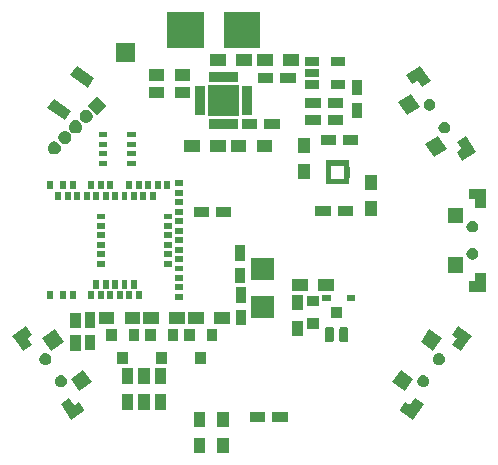
<source format=gbr>
G04 #@! TF.GenerationSoftware,KiCad,Pcbnew,(5.1.6)-1*
G04 #@! TF.CreationDate,2020-05-24T14:26:44-05:00*
G04 #@! TF.ProjectId,nrf,6e72662e-6b69-4636-9164-5f7063625858,rev?*
G04 #@! TF.SameCoordinates,Original*
G04 #@! TF.FileFunction,Soldermask,Top*
G04 #@! TF.FilePolarity,Negative*
%FSLAX46Y46*%
G04 Gerber Fmt 4.6, Leading zero omitted, Abs format (unit mm)*
G04 Created by KiCad (PCBNEW (5.1.6)-1) date 2020-05-24 14:26:44*
%MOMM*%
%LPD*%
G01*
G04 APERTURE LIST*
%ADD10C,0.100000*%
G04 APERTURE END LIST*
D10*
G36*
X138900800Y-128050800D02*
G01*
X137899200Y-128050800D01*
X137899200Y-126749200D01*
X138900800Y-126749200D01*
X138900800Y-128050800D01*
G37*
G36*
X136900800Y-128050800D02*
G01*
X135899200Y-128050800D01*
X135899200Y-126749200D01*
X136900800Y-126749200D01*
X136900800Y-128050800D01*
G37*
G36*
X136900800Y-125850800D02*
G01*
X135899200Y-125850800D01*
X135899200Y-124549200D01*
X136900800Y-124549200D01*
X136900800Y-125850800D01*
G37*
G36*
X138900800Y-125850800D02*
G01*
X137899200Y-125850800D01*
X137899200Y-124549200D01*
X138900800Y-124549200D01*
X138900800Y-125850800D01*
G37*
G36*
X143850800Y-125375800D02*
G01*
X142549200Y-125375800D01*
X142549200Y-124524200D01*
X143850800Y-124524200D01*
X143850800Y-125375800D01*
G37*
G36*
X141950800Y-125375800D02*
G01*
X140649200Y-125375800D01*
X140649200Y-124524200D01*
X141950800Y-124524200D01*
X141950800Y-125375800D01*
G37*
G36*
X125745283Y-123926988D02*
G01*
X125751728Y-123934502D01*
X125759516Y-123940613D01*
X125768346Y-123945088D01*
X125777880Y-123947755D01*
X125787751Y-123948510D01*
X125797579Y-123947325D01*
X125806987Y-123944245D01*
X125815614Y-123939389D01*
X126183824Y-123681565D01*
X126550110Y-124204677D01*
X126700960Y-124420113D01*
X126700960Y-124420114D01*
X125552836Y-125224039D01*
X124634196Y-123912084D01*
X125372744Y-123394947D01*
X125745283Y-123926988D01*
G37*
G36*
X155365804Y-123912084D02*
G01*
X154447164Y-125224039D01*
X153667250Y-124677937D01*
X153299040Y-124420114D01*
X153299040Y-124420113D01*
X153449890Y-124204677D01*
X153816176Y-123681565D01*
X154184386Y-123939389D01*
X154193013Y-123944245D01*
X154202421Y-123947325D01*
X154212249Y-123948510D01*
X154222120Y-123947755D01*
X154231654Y-123945088D01*
X154240484Y-123940613D01*
X154248272Y-123934502D01*
X154254717Y-123926988D01*
X154627256Y-123394947D01*
X155365804Y-123912084D01*
G37*
G36*
X130800800Y-124350800D02*
G01*
X129799200Y-124350800D01*
X129799200Y-123049200D01*
X130800800Y-123049200D01*
X130800800Y-124350800D01*
G37*
G36*
X133600800Y-124350800D02*
G01*
X132599200Y-124350800D01*
X132599200Y-123049200D01*
X133600800Y-123049200D01*
X133600800Y-124350800D01*
G37*
G36*
X132200800Y-124350800D02*
G01*
X131199200Y-124350800D01*
X131199200Y-123049200D01*
X132200800Y-123049200D01*
X132200800Y-124350800D01*
G37*
G36*
X127298669Y-122048354D02*
G01*
X126232460Y-122794921D01*
X125485893Y-121728712D01*
X126552102Y-120982145D01*
X127298669Y-122048354D01*
G37*
G36*
X154514107Y-121728712D02*
G01*
X153767540Y-122794921D01*
X152701331Y-122048354D01*
X153447898Y-120982145D01*
X154514107Y-121728712D01*
G37*
G36*
X124741188Y-121447640D02*
G01*
X124805693Y-121460471D01*
X124896831Y-121498222D01*
X124978855Y-121553028D01*
X125048610Y-121622783D01*
X125103416Y-121704807D01*
X125141167Y-121795945D01*
X125160413Y-121892702D01*
X125160413Y-121991348D01*
X125141167Y-122088105D01*
X125103416Y-122179243D01*
X125048610Y-122261267D01*
X124978855Y-122331022D01*
X124896831Y-122385828D01*
X124805693Y-122423579D01*
X124741188Y-122436410D01*
X124708937Y-122442825D01*
X124610289Y-122442825D01*
X124578038Y-122436410D01*
X124513533Y-122423579D01*
X124422395Y-122385828D01*
X124340371Y-122331022D01*
X124270616Y-122261267D01*
X124215810Y-122179243D01*
X124178059Y-122088105D01*
X124158813Y-121991348D01*
X124158813Y-121892702D01*
X124178059Y-121795945D01*
X124215810Y-121704807D01*
X124270616Y-121622783D01*
X124340371Y-121553028D01*
X124422395Y-121498222D01*
X124513533Y-121460471D01*
X124578038Y-121447640D01*
X124610289Y-121441225D01*
X124708937Y-121441225D01*
X124741188Y-121447640D01*
G37*
G36*
X155421962Y-121447640D02*
G01*
X155486467Y-121460471D01*
X155577605Y-121498222D01*
X155659629Y-121553028D01*
X155729384Y-121622783D01*
X155784190Y-121704807D01*
X155821941Y-121795945D01*
X155841187Y-121892702D01*
X155841187Y-121991348D01*
X155821941Y-122088105D01*
X155784190Y-122179243D01*
X155729384Y-122261267D01*
X155659629Y-122331022D01*
X155577605Y-122385828D01*
X155486467Y-122423579D01*
X155421962Y-122436410D01*
X155389711Y-122442825D01*
X155291063Y-122442825D01*
X155258812Y-122436410D01*
X155194307Y-122423579D01*
X155103169Y-122385828D01*
X155021145Y-122331022D01*
X154951390Y-122261267D01*
X154896584Y-122179243D01*
X154858833Y-122088105D01*
X154839587Y-121991348D01*
X154839587Y-121892702D01*
X154858833Y-121795945D01*
X154896584Y-121704807D01*
X154951390Y-121622783D01*
X155021145Y-121553028D01*
X155103169Y-121498222D01*
X155194307Y-121460471D01*
X155258812Y-121447640D01*
X155291063Y-121441225D01*
X155389711Y-121441225D01*
X155421962Y-121447640D01*
G37*
G36*
X130800800Y-122150800D02*
G01*
X129799200Y-122150800D01*
X129799200Y-120849200D01*
X130800800Y-120849200D01*
X130800800Y-122150800D01*
G37*
G36*
X132200800Y-122150800D02*
G01*
X131199200Y-122150800D01*
X131199200Y-120849200D01*
X132200800Y-120849200D01*
X132200800Y-122150800D01*
G37*
G36*
X133600800Y-122150800D02*
G01*
X132599200Y-122150800D01*
X132599200Y-120849200D01*
X133600800Y-120849200D01*
X133600800Y-122150800D01*
G37*
G36*
X123421962Y-119563590D02*
G01*
X123486467Y-119576421D01*
X123577605Y-119614172D01*
X123659629Y-119668978D01*
X123729384Y-119738733D01*
X123784190Y-119820757D01*
X123821941Y-119911895D01*
X123841187Y-120008652D01*
X123841187Y-120107298D01*
X123821941Y-120204055D01*
X123784190Y-120295193D01*
X123729384Y-120377217D01*
X123659629Y-120446972D01*
X123577605Y-120501778D01*
X123486467Y-120539529D01*
X123421962Y-120552360D01*
X123389711Y-120558775D01*
X123291063Y-120558775D01*
X123258812Y-120552360D01*
X123194307Y-120539529D01*
X123103169Y-120501778D01*
X123021145Y-120446972D01*
X122951390Y-120377217D01*
X122896584Y-120295193D01*
X122858833Y-120204055D01*
X122839587Y-120107298D01*
X122839587Y-120008652D01*
X122858833Y-119911895D01*
X122896584Y-119820757D01*
X122951390Y-119738733D01*
X123021145Y-119668978D01*
X123103169Y-119614172D01*
X123194307Y-119576421D01*
X123258812Y-119563590D01*
X123291063Y-119557175D01*
X123389711Y-119557175D01*
X123421962Y-119563590D01*
G37*
G36*
X156741188Y-119563590D02*
G01*
X156805693Y-119576421D01*
X156896831Y-119614172D01*
X156978855Y-119668978D01*
X157048610Y-119738733D01*
X157103416Y-119820757D01*
X157141167Y-119911895D01*
X157160413Y-120008652D01*
X157160413Y-120107298D01*
X157141167Y-120204055D01*
X157103416Y-120295193D01*
X157048610Y-120377217D01*
X156978855Y-120446972D01*
X156896831Y-120501778D01*
X156805693Y-120539529D01*
X156741188Y-120552360D01*
X156708937Y-120558775D01*
X156610289Y-120558775D01*
X156578038Y-120552360D01*
X156513533Y-120539529D01*
X156422395Y-120501778D01*
X156340371Y-120446972D01*
X156270616Y-120377217D01*
X156215810Y-120295193D01*
X156178059Y-120204055D01*
X156158813Y-120107298D01*
X156158813Y-120008652D01*
X156178059Y-119911895D01*
X156215810Y-119820757D01*
X156270616Y-119738733D01*
X156340371Y-119668978D01*
X156422395Y-119614172D01*
X156513533Y-119576421D01*
X156578038Y-119563590D01*
X156610289Y-119557175D01*
X156708937Y-119557175D01*
X156741188Y-119563590D01*
G37*
G36*
X130350800Y-120500800D02*
G01*
X129449200Y-120500800D01*
X129449200Y-119499200D01*
X130350800Y-119499200D01*
X130350800Y-120500800D01*
G37*
G36*
X133650800Y-120500800D02*
G01*
X132749200Y-120500800D01*
X132749200Y-119499200D01*
X133650800Y-119499200D01*
X133650800Y-120500800D01*
G37*
G36*
X136950800Y-120500800D02*
G01*
X136049200Y-120500800D01*
X136049200Y-119499200D01*
X136950800Y-119499200D01*
X136950800Y-120500800D01*
G37*
G36*
X159438198Y-118096105D02*
G01*
X159121448Y-118548470D01*
X158901942Y-118861958D01*
X158519557Y-119408060D01*
X157781009Y-118890923D01*
X158153548Y-118358882D01*
X158158404Y-118350255D01*
X158161484Y-118340847D01*
X158162669Y-118331019D01*
X158161914Y-118321148D01*
X158159247Y-118311614D01*
X158154772Y-118302784D01*
X158148661Y-118294996D01*
X158141147Y-118288551D01*
X157772937Y-118030728D01*
X157772937Y-118030727D01*
X157923787Y-117815291D01*
X158290073Y-117292179D01*
X159438198Y-118096105D01*
G37*
G36*
X122076213Y-117815291D02*
G01*
X122227063Y-118030727D01*
X122227063Y-118030728D01*
X121858853Y-118288551D01*
X121851339Y-118294996D01*
X121845228Y-118302784D01*
X121840753Y-118311614D01*
X121838086Y-118321148D01*
X121837331Y-118331019D01*
X121838516Y-118340847D01*
X121841596Y-118350255D01*
X121846452Y-118358882D01*
X122218991Y-118890923D01*
X121480443Y-119408060D01*
X121098059Y-118861958D01*
X120878552Y-118548470D01*
X120561802Y-118096105D01*
X121709927Y-117292179D01*
X122076213Y-117815291D01*
G37*
G36*
X124889648Y-118607916D02*
G01*
X123823439Y-119354483D01*
X123076872Y-118288274D01*
X124143081Y-117541707D01*
X124889648Y-118607916D01*
G37*
G36*
X156923128Y-118288274D02*
G01*
X156176561Y-119354483D01*
X155110352Y-118607916D01*
X155856919Y-117541707D01*
X156923128Y-118288274D01*
G37*
G36*
X126325800Y-119350800D02*
G01*
X125474200Y-119350800D01*
X125474200Y-118049200D01*
X126325800Y-118049200D01*
X126325800Y-119350800D01*
G37*
G36*
X127525800Y-119300800D02*
G01*
X126674200Y-119300800D01*
X126674200Y-117999200D01*
X127525800Y-117999200D01*
X127525800Y-119300800D01*
G37*
G36*
X148829894Y-117352324D02*
G01*
X148858019Y-117360856D01*
X148883935Y-117374708D01*
X148906649Y-117393351D01*
X148925292Y-117416065D01*
X148939144Y-117441981D01*
X148947676Y-117470106D01*
X148950800Y-117501831D01*
X148950800Y-118498169D01*
X148947676Y-118529894D01*
X148939144Y-118558019D01*
X148925292Y-118583935D01*
X148906649Y-118606649D01*
X148883935Y-118625292D01*
X148858019Y-118639144D01*
X148829894Y-118647676D01*
X148798169Y-118650800D01*
X148401831Y-118650800D01*
X148370106Y-118647676D01*
X148341981Y-118639144D01*
X148316065Y-118625292D01*
X148293351Y-118606649D01*
X148274708Y-118583935D01*
X148260856Y-118558019D01*
X148252324Y-118529894D01*
X148249200Y-118498169D01*
X148249200Y-117501831D01*
X148252324Y-117470106D01*
X148260856Y-117441981D01*
X148274708Y-117416065D01*
X148293351Y-117393351D01*
X148316065Y-117374708D01*
X148341981Y-117360856D01*
X148370106Y-117352324D01*
X148401831Y-117349200D01*
X148798169Y-117349200D01*
X148829894Y-117352324D01*
G37*
G36*
X147629894Y-117352324D02*
G01*
X147658019Y-117360856D01*
X147683935Y-117374708D01*
X147706649Y-117393351D01*
X147725292Y-117416065D01*
X147739144Y-117441981D01*
X147747676Y-117470106D01*
X147750800Y-117501831D01*
X147750800Y-118498169D01*
X147747676Y-118529894D01*
X147739144Y-118558019D01*
X147725292Y-118583935D01*
X147706649Y-118606649D01*
X147683935Y-118625292D01*
X147658019Y-118639144D01*
X147629894Y-118647676D01*
X147598169Y-118650800D01*
X147201831Y-118650800D01*
X147170106Y-118647676D01*
X147141981Y-118639144D01*
X147116065Y-118625292D01*
X147093351Y-118606649D01*
X147074708Y-118583935D01*
X147060856Y-118558019D01*
X147052324Y-118529894D01*
X147049200Y-118498169D01*
X147049200Y-117501831D01*
X147052324Y-117470106D01*
X147060856Y-117441981D01*
X147074708Y-117416065D01*
X147093351Y-117393351D01*
X147116065Y-117374708D01*
X147141981Y-117360856D01*
X147170106Y-117352324D01*
X147201831Y-117349200D01*
X147598169Y-117349200D01*
X147629894Y-117352324D01*
G37*
G36*
X134600800Y-118500800D02*
G01*
X133699200Y-118500800D01*
X133699200Y-117499200D01*
X134600800Y-117499200D01*
X134600800Y-118500800D01*
G37*
G36*
X132700800Y-118500800D02*
G01*
X131799200Y-118500800D01*
X131799200Y-117499200D01*
X132700800Y-117499200D01*
X132700800Y-118500800D01*
G37*
G36*
X137900800Y-118500800D02*
G01*
X136999200Y-118500800D01*
X136999200Y-117499200D01*
X137900800Y-117499200D01*
X137900800Y-118500800D01*
G37*
G36*
X136000800Y-118500800D02*
G01*
X135099200Y-118500800D01*
X135099200Y-117499200D01*
X136000800Y-117499200D01*
X136000800Y-118500800D01*
G37*
G36*
X129400800Y-118500800D02*
G01*
X128499200Y-118500800D01*
X128499200Y-117499200D01*
X129400800Y-117499200D01*
X129400800Y-118500800D01*
G37*
G36*
X131300800Y-118500800D02*
G01*
X130399200Y-118500800D01*
X130399200Y-117499200D01*
X131300800Y-117499200D01*
X131300800Y-118500800D01*
G37*
G36*
X145200800Y-118150800D02*
G01*
X144199200Y-118150800D01*
X144199200Y-116849200D01*
X145200800Y-116849200D01*
X145200800Y-118150800D01*
G37*
G36*
X146500800Y-117500800D02*
G01*
X145499200Y-117500800D01*
X145499200Y-116599200D01*
X146500800Y-116599200D01*
X146500800Y-117500800D01*
G37*
G36*
X126325800Y-117450800D02*
G01*
X125474200Y-117450800D01*
X125474200Y-116149200D01*
X126325800Y-116149200D01*
X126325800Y-117450800D01*
G37*
G36*
X127525800Y-117400800D02*
G01*
X126674200Y-117400800D01*
X126674200Y-116099200D01*
X127525800Y-116099200D01*
X127525800Y-117400800D01*
G37*
G36*
X140325800Y-117200800D02*
G01*
X139474200Y-117200800D01*
X139474200Y-115899200D01*
X140325800Y-115899200D01*
X140325800Y-117200800D01*
G37*
G36*
X138950800Y-117100800D02*
G01*
X137649200Y-117100800D01*
X137649200Y-116099200D01*
X138950800Y-116099200D01*
X138950800Y-117100800D01*
G37*
G36*
X129150800Y-117100800D02*
G01*
X127849200Y-117100800D01*
X127849200Y-116099200D01*
X129150800Y-116099200D01*
X129150800Y-117100800D01*
G37*
G36*
X131350800Y-117100800D02*
G01*
X130049200Y-117100800D01*
X130049200Y-116099200D01*
X131350800Y-116099200D01*
X131350800Y-117100800D01*
G37*
G36*
X132950800Y-117100800D02*
G01*
X131649200Y-117100800D01*
X131649200Y-116099200D01*
X132950800Y-116099200D01*
X132950800Y-117100800D01*
G37*
G36*
X135150800Y-117100800D02*
G01*
X133849200Y-117100800D01*
X133849200Y-116099200D01*
X135150800Y-116099200D01*
X135150800Y-117100800D01*
G37*
G36*
X136750800Y-117100800D02*
G01*
X135449200Y-117100800D01*
X135449200Y-116099200D01*
X136750800Y-116099200D01*
X136750800Y-117100800D01*
G37*
G36*
X142700800Y-116600800D02*
G01*
X140799200Y-116600800D01*
X140799200Y-114749200D01*
X142700800Y-114749200D01*
X142700800Y-116600800D01*
G37*
G36*
X148500800Y-116550800D02*
G01*
X147499200Y-116550800D01*
X147499200Y-115649200D01*
X148500800Y-115649200D01*
X148500800Y-116550800D01*
G37*
G36*
X145200800Y-115950800D02*
G01*
X144199200Y-115950800D01*
X144199200Y-114649200D01*
X145200800Y-114649200D01*
X145200800Y-115950800D01*
G37*
G36*
X146500800Y-115600800D02*
G01*
X145499200Y-115600800D01*
X145499200Y-114699200D01*
X146500800Y-114699200D01*
X146500800Y-115600800D01*
G37*
G36*
X140325800Y-115300800D02*
G01*
X139474200Y-115300800D01*
X139474200Y-113999200D01*
X140325800Y-113999200D01*
X140325800Y-115300800D01*
G37*
G36*
X149600800Y-115175800D02*
G01*
X148899200Y-115175800D01*
X148899200Y-114624200D01*
X149600800Y-114624200D01*
X149600800Y-115175800D01*
G37*
G36*
X147500800Y-115175800D02*
G01*
X146799200Y-115175800D01*
X146799200Y-114624200D01*
X147500800Y-114624200D01*
X147500800Y-115175800D01*
G37*
G36*
X135000800Y-115050800D02*
G01*
X134299200Y-115050800D01*
X134299200Y-114549200D01*
X135000800Y-114549200D01*
X135000800Y-115050800D01*
G37*
G36*
X130700800Y-115000800D02*
G01*
X130199200Y-115000800D01*
X130199200Y-114299200D01*
X130700800Y-114299200D01*
X130700800Y-115000800D01*
G37*
G36*
X131500800Y-115000800D02*
G01*
X130999200Y-115000800D01*
X130999200Y-114299200D01*
X131500800Y-114299200D01*
X131500800Y-115000800D01*
G37*
G36*
X129100800Y-115000800D02*
G01*
X128599200Y-115000800D01*
X128599200Y-114299200D01*
X129100800Y-114299200D01*
X129100800Y-115000800D01*
G37*
G36*
X128300800Y-115000800D02*
G01*
X127799200Y-115000800D01*
X127799200Y-114299200D01*
X128300800Y-114299200D01*
X128300800Y-115000800D01*
G37*
G36*
X127500800Y-115000800D02*
G01*
X126999200Y-115000800D01*
X126999200Y-114299200D01*
X127500800Y-114299200D01*
X127500800Y-115000800D01*
G37*
G36*
X125900800Y-115000800D02*
G01*
X125399200Y-115000800D01*
X125399200Y-114299200D01*
X125900800Y-114299200D01*
X125900800Y-115000800D01*
G37*
G36*
X125100800Y-115000800D02*
G01*
X124599200Y-115000800D01*
X124599200Y-114299200D01*
X125100800Y-114299200D01*
X125100800Y-115000800D01*
G37*
G36*
X124000800Y-115000800D02*
G01*
X123499200Y-115000800D01*
X123499200Y-114299200D01*
X124000800Y-114299200D01*
X124000800Y-115000800D01*
G37*
G36*
X129900800Y-115000800D02*
G01*
X129399200Y-115000800D01*
X129399200Y-114299200D01*
X129900800Y-114299200D01*
X129900800Y-115000800D01*
G37*
G36*
X160650800Y-114350800D02*
G01*
X159249200Y-114350800D01*
X159249200Y-113449200D01*
X159698701Y-113449200D01*
X159708553Y-113448230D01*
X159718026Y-113445356D01*
X159726757Y-113440689D01*
X159734409Y-113434409D01*
X159740689Y-113426757D01*
X159745356Y-113418026D01*
X159748230Y-113408553D01*
X159749200Y-113398701D01*
X159749200Y-112749200D01*
X160650800Y-112749200D01*
X160650800Y-114350800D01*
G37*
G36*
X145550800Y-114300800D02*
G01*
X144249200Y-114300800D01*
X144249200Y-113299200D01*
X145550800Y-113299200D01*
X145550800Y-114300800D01*
G37*
G36*
X147750800Y-114300800D02*
G01*
X146449200Y-114300800D01*
X146449200Y-113299200D01*
X147750800Y-113299200D01*
X147750800Y-114300800D01*
G37*
G36*
X135000800Y-114250800D02*
G01*
X134299200Y-114250800D01*
X134299200Y-113749200D01*
X135000800Y-113749200D01*
X135000800Y-114250800D01*
G37*
G36*
X127900800Y-114100800D02*
G01*
X127399200Y-114100800D01*
X127399200Y-113399200D01*
X127900800Y-113399200D01*
X127900800Y-114100800D01*
G37*
G36*
X131100800Y-114100800D02*
G01*
X130599200Y-114100800D01*
X130599200Y-113399200D01*
X131100800Y-113399200D01*
X131100800Y-114100800D01*
G37*
G36*
X130300800Y-114100800D02*
G01*
X129799200Y-114100800D01*
X129799200Y-113399200D01*
X130300800Y-113399200D01*
X130300800Y-114100800D01*
G37*
G36*
X129500800Y-114100800D02*
G01*
X128999200Y-114100800D01*
X128999200Y-113399200D01*
X129500800Y-113399200D01*
X129500800Y-114100800D01*
G37*
G36*
X128700800Y-114100800D02*
G01*
X128199200Y-114100800D01*
X128199200Y-113399200D01*
X128700800Y-113399200D01*
X128700800Y-114100800D01*
G37*
G36*
X140275800Y-113650800D02*
G01*
X139424200Y-113650800D01*
X139424200Y-112349200D01*
X140275800Y-112349200D01*
X140275800Y-113650800D01*
G37*
G36*
X135000800Y-113450800D02*
G01*
X134299200Y-113450800D01*
X134299200Y-112949200D01*
X135000800Y-112949200D01*
X135000800Y-113450800D01*
G37*
G36*
X142700800Y-113350800D02*
G01*
X140799200Y-113350800D01*
X140799200Y-111499200D01*
X142700800Y-111499200D01*
X142700800Y-113350800D01*
G37*
G36*
X158700800Y-112750800D02*
G01*
X157399200Y-112750800D01*
X157399200Y-111449200D01*
X158700800Y-111449200D01*
X158700800Y-112750800D01*
G37*
G36*
X135000800Y-112650800D02*
G01*
X134299200Y-112650800D01*
X134299200Y-112149200D01*
X135000800Y-112149200D01*
X135000800Y-112650800D01*
G37*
G36*
X128400800Y-112250800D02*
G01*
X127699200Y-112250800D01*
X127699200Y-111749200D01*
X128400800Y-111749200D01*
X128400800Y-112250800D01*
G37*
G36*
X134100800Y-112250800D02*
G01*
X133399200Y-112250800D01*
X133399200Y-111749200D01*
X134100800Y-111749200D01*
X134100800Y-112250800D01*
G37*
G36*
X135000800Y-111850800D02*
G01*
X134299200Y-111850800D01*
X134299200Y-111349200D01*
X135000800Y-111349200D01*
X135000800Y-111850800D01*
G37*
G36*
X140275800Y-111750800D02*
G01*
X139424200Y-111750800D01*
X139424200Y-110449200D01*
X140275800Y-110449200D01*
X140275800Y-111750800D01*
G37*
G36*
X159581575Y-110655615D02*
G01*
X159646080Y-110668446D01*
X159737218Y-110706197D01*
X159819242Y-110761003D01*
X159888997Y-110830758D01*
X159943803Y-110912782D01*
X159981554Y-111003920D01*
X160000800Y-111100677D01*
X160000800Y-111199323D01*
X159981554Y-111296080D01*
X159943803Y-111387218D01*
X159888997Y-111469242D01*
X159819242Y-111538997D01*
X159737218Y-111593803D01*
X159646080Y-111631554D01*
X159581575Y-111644385D01*
X159549324Y-111650800D01*
X159450676Y-111650800D01*
X159418425Y-111644385D01*
X159353920Y-111631554D01*
X159262782Y-111593803D01*
X159180758Y-111538997D01*
X159111003Y-111469242D01*
X159056197Y-111387218D01*
X159018446Y-111296080D01*
X158999200Y-111199323D01*
X158999200Y-111100677D01*
X159018446Y-111003920D01*
X159056197Y-110912782D01*
X159111003Y-110830758D01*
X159180758Y-110761003D01*
X159262782Y-110706197D01*
X159353920Y-110668446D01*
X159418425Y-110655615D01*
X159450676Y-110649200D01*
X159549324Y-110649200D01*
X159581575Y-110655615D01*
G37*
G36*
X134100800Y-111450800D02*
G01*
X133399200Y-111450800D01*
X133399200Y-110949200D01*
X134100800Y-110949200D01*
X134100800Y-111450800D01*
G37*
G36*
X128400800Y-111450800D02*
G01*
X127699200Y-111450800D01*
X127699200Y-110949200D01*
X128400800Y-110949200D01*
X128400800Y-111450800D01*
G37*
G36*
X135000800Y-111050800D02*
G01*
X134299200Y-111050800D01*
X134299200Y-110549200D01*
X135000800Y-110549200D01*
X135000800Y-111050800D01*
G37*
G36*
X128400800Y-110650800D02*
G01*
X127699200Y-110650800D01*
X127699200Y-110149200D01*
X128400800Y-110149200D01*
X128400800Y-110650800D01*
G37*
G36*
X134100800Y-110650800D02*
G01*
X133399200Y-110650800D01*
X133399200Y-110149200D01*
X134100800Y-110149200D01*
X134100800Y-110650800D01*
G37*
G36*
X135000800Y-110250800D02*
G01*
X134299200Y-110250800D01*
X134299200Y-109749200D01*
X135000800Y-109749200D01*
X135000800Y-110250800D01*
G37*
G36*
X134100800Y-109850800D02*
G01*
X133399200Y-109850800D01*
X133399200Y-109349200D01*
X134100800Y-109349200D01*
X134100800Y-109850800D01*
G37*
G36*
X128400800Y-109850800D02*
G01*
X127699200Y-109850800D01*
X127699200Y-109349200D01*
X128400800Y-109349200D01*
X128400800Y-109850800D01*
G37*
G36*
X135000800Y-109450800D02*
G01*
X134299200Y-109450800D01*
X134299200Y-108949200D01*
X135000800Y-108949200D01*
X135000800Y-109450800D01*
G37*
G36*
X159581575Y-108355615D02*
G01*
X159646080Y-108368446D01*
X159737218Y-108406197D01*
X159819242Y-108461003D01*
X159888997Y-108530758D01*
X159943803Y-108612782D01*
X159981554Y-108703920D01*
X160000800Y-108800677D01*
X160000800Y-108899323D01*
X159981554Y-108996080D01*
X159943803Y-109087218D01*
X159888997Y-109169242D01*
X159819242Y-109238997D01*
X159737218Y-109293803D01*
X159646080Y-109331554D01*
X159581575Y-109344385D01*
X159549324Y-109350800D01*
X159450676Y-109350800D01*
X159418425Y-109344385D01*
X159353920Y-109331554D01*
X159262782Y-109293803D01*
X159180758Y-109238997D01*
X159111003Y-109169242D01*
X159056197Y-109087218D01*
X159018446Y-108996080D01*
X158999200Y-108899323D01*
X158999200Y-108800677D01*
X159018446Y-108703920D01*
X159056197Y-108612782D01*
X159111003Y-108530758D01*
X159180758Y-108461003D01*
X159262782Y-108406197D01*
X159353920Y-108368446D01*
X159418425Y-108355615D01*
X159450676Y-108349200D01*
X159549324Y-108349200D01*
X159581575Y-108355615D01*
G37*
G36*
X134100800Y-109050800D02*
G01*
X133399200Y-109050800D01*
X133399200Y-108549200D01*
X134100800Y-108549200D01*
X134100800Y-109050800D01*
G37*
G36*
X128400800Y-109050800D02*
G01*
X127699200Y-109050800D01*
X127699200Y-108549200D01*
X128400800Y-108549200D01*
X128400800Y-109050800D01*
G37*
G36*
X135000800Y-108650800D02*
G01*
X134299200Y-108650800D01*
X134299200Y-108149200D01*
X135000800Y-108149200D01*
X135000800Y-108650800D01*
G37*
G36*
X158700800Y-108550800D02*
G01*
X157399200Y-108550800D01*
X157399200Y-107249200D01*
X158700800Y-107249200D01*
X158700800Y-108550800D01*
G37*
G36*
X128400800Y-108250800D02*
G01*
X127699200Y-108250800D01*
X127699200Y-107749200D01*
X128400800Y-107749200D01*
X128400800Y-108250800D01*
G37*
G36*
X134100800Y-108250800D02*
G01*
X133399200Y-108250800D01*
X133399200Y-107749200D01*
X134100800Y-107749200D01*
X134100800Y-108250800D01*
G37*
G36*
X139100800Y-108025800D02*
G01*
X137799200Y-108025800D01*
X137799200Y-107174200D01*
X139100800Y-107174200D01*
X139100800Y-108025800D01*
G37*
G36*
X137200800Y-108025800D02*
G01*
X135899200Y-108025800D01*
X135899200Y-107174200D01*
X137200800Y-107174200D01*
X137200800Y-108025800D01*
G37*
G36*
X151450800Y-107950800D02*
G01*
X150449200Y-107950800D01*
X150449200Y-106649200D01*
X151450800Y-106649200D01*
X151450800Y-107950800D01*
G37*
G36*
X147500800Y-107925800D02*
G01*
X146199200Y-107925800D01*
X146199200Y-107074200D01*
X147500800Y-107074200D01*
X147500800Y-107925800D01*
G37*
G36*
X149400800Y-107925800D02*
G01*
X148099200Y-107925800D01*
X148099200Y-107074200D01*
X149400800Y-107074200D01*
X149400800Y-107925800D01*
G37*
G36*
X135000800Y-107850800D02*
G01*
X134299200Y-107850800D01*
X134299200Y-107349200D01*
X135000800Y-107349200D01*
X135000800Y-107850800D01*
G37*
G36*
X160650800Y-107250800D02*
G01*
X159749200Y-107250800D01*
X159749200Y-106601299D01*
X159748230Y-106591447D01*
X159745356Y-106581974D01*
X159740689Y-106573243D01*
X159734409Y-106565591D01*
X159726757Y-106559311D01*
X159718026Y-106554644D01*
X159708553Y-106551770D01*
X159698701Y-106550800D01*
X159249200Y-106550800D01*
X159249200Y-105649200D01*
X160650800Y-105649200D01*
X160650800Y-107250800D01*
G37*
G36*
X135000800Y-107050800D02*
G01*
X134299200Y-107050800D01*
X134299200Y-106549200D01*
X135000800Y-106549200D01*
X135000800Y-107050800D01*
G37*
G36*
X127900800Y-106600800D02*
G01*
X127399200Y-106600800D01*
X127399200Y-105899200D01*
X127900800Y-105899200D01*
X127900800Y-106600800D01*
G37*
G36*
X130300800Y-106600800D02*
G01*
X129799200Y-106600800D01*
X129799200Y-105899200D01*
X130300800Y-105899200D01*
X130300800Y-106600800D01*
G37*
G36*
X131100800Y-106600800D02*
G01*
X130599200Y-106600800D01*
X130599200Y-105899200D01*
X131100800Y-105899200D01*
X131100800Y-106600800D01*
G37*
G36*
X131900800Y-106600800D02*
G01*
X131399200Y-106600800D01*
X131399200Y-105899200D01*
X131900800Y-105899200D01*
X131900800Y-106600800D01*
G37*
G36*
X132700800Y-106600800D02*
G01*
X132199200Y-106600800D01*
X132199200Y-105899200D01*
X132700800Y-105899200D01*
X132700800Y-106600800D01*
G37*
G36*
X129500800Y-106600800D02*
G01*
X128999200Y-106600800D01*
X128999200Y-105899200D01*
X129500800Y-105899200D01*
X129500800Y-106600800D01*
G37*
G36*
X128700800Y-106600800D02*
G01*
X128199200Y-106600800D01*
X128199200Y-105899200D01*
X128700800Y-105899200D01*
X128700800Y-106600800D01*
G37*
G36*
X127100800Y-106600800D02*
G01*
X126599200Y-106600800D01*
X126599200Y-105899200D01*
X127100800Y-105899200D01*
X127100800Y-106600800D01*
G37*
G36*
X126300800Y-106600800D02*
G01*
X125799200Y-106600800D01*
X125799200Y-105899200D01*
X126300800Y-105899200D01*
X126300800Y-106600800D01*
G37*
G36*
X125500800Y-106600800D02*
G01*
X124999200Y-106600800D01*
X124999200Y-105899200D01*
X125500800Y-105899200D01*
X125500800Y-106600800D01*
G37*
G36*
X124700800Y-106600800D02*
G01*
X124199200Y-106600800D01*
X124199200Y-105899200D01*
X124700800Y-105899200D01*
X124700800Y-106600800D01*
G37*
G36*
X135000800Y-106250800D02*
G01*
X134299200Y-106250800D01*
X134299200Y-105749200D01*
X135000800Y-105749200D01*
X135000800Y-106250800D01*
G37*
G36*
X151450800Y-105750800D02*
G01*
X150449200Y-105750800D01*
X150449200Y-104449200D01*
X151450800Y-104449200D01*
X151450800Y-105750800D01*
G37*
G36*
X125900800Y-105700800D02*
G01*
X125399200Y-105700800D01*
X125399200Y-104999200D01*
X125900800Y-104999200D01*
X125900800Y-105700800D01*
G37*
G36*
X124000800Y-105700800D02*
G01*
X123499200Y-105700800D01*
X123499200Y-104999200D01*
X124000800Y-104999200D01*
X124000800Y-105700800D01*
G37*
G36*
X133900800Y-105700800D02*
G01*
X133399200Y-105700800D01*
X133399200Y-104999200D01*
X133900800Y-104999200D01*
X133900800Y-105700800D01*
G37*
G36*
X133100800Y-105700800D02*
G01*
X132599200Y-105700800D01*
X132599200Y-104999200D01*
X133100800Y-104999200D01*
X133100800Y-105700800D01*
G37*
G36*
X132300800Y-105700800D02*
G01*
X131799200Y-105700800D01*
X131799200Y-104999200D01*
X132300800Y-104999200D01*
X132300800Y-105700800D01*
G37*
G36*
X131500800Y-105700800D02*
G01*
X130999200Y-105700800D01*
X130999200Y-104999200D01*
X131500800Y-104999200D01*
X131500800Y-105700800D01*
G37*
G36*
X129100800Y-105700800D02*
G01*
X128599200Y-105700800D01*
X128599200Y-104999200D01*
X129100800Y-104999200D01*
X129100800Y-105700800D01*
G37*
G36*
X128300800Y-105700800D02*
G01*
X127799200Y-105700800D01*
X127799200Y-104999200D01*
X128300800Y-104999200D01*
X128300800Y-105700800D01*
G37*
G36*
X127500800Y-105700800D02*
G01*
X126999200Y-105700800D01*
X126999200Y-104999200D01*
X127500800Y-104999200D01*
X127500800Y-105700800D01*
G37*
G36*
X125100800Y-105700800D02*
G01*
X124599200Y-105700800D01*
X124599200Y-104999200D01*
X125100800Y-104999200D01*
X125100800Y-105700800D01*
G37*
G36*
X130700800Y-105700800D02*
G01*
X130199200Y-105700800D01*
X130199200Y-104999200D01*
X130700800Y-104999200D01*
X130700800Y-105700800D01*
G37*
G36*
X135000800Y-105450800D02*
G01*
X134299200Y-105450800D01*
X134299200Y-104949200D01*
X135000800Y-104949200D01*
X135000800Y-105450800D01*
G37*
G36*
X149050800Y-103748701D02*
G01*
X149051770Y-103758553D01*
X149054644Y-103768026D01*
X149059311Y-103776757D01*
X149065591Y-103784409D01*
X149073243Y-103790689D01*
X149081974Y-103795356D01*
X149091447Y-103798230D01*
X149100800Y-103799151D01*
X149100800Y-104700849D01*
X149091447Y-104701770D01*
X149081974Y-104704644D01*
X149073243Y-104709311D01*
X149065591Y-104715591D01*
X149059311Y-104723243D01*
X149054644Y-104731974D01*
X149051770Y-104741447D01*
X149050800Y-104751299D01*
X149050800Y-105250800D01*
X147149200Y-105250800D01*
X147149200Y-104751299D01*
X147148230Y-104741447D01*
X147145356Y-104731974D01*
X147140689Y-104723243D01*
X147134409Y-104715591D01*
X147126757Y-104709311D01*
X147118026Y-104704644D01*
X147108553Y-104701770D01*
X147099200Y-104700849D01*
X147099200Y-103799151D01*
X147108553Y-103798230D01*
X147118026Y-103795356D01*
X147126757Y-103790689D01*
X147134409Y-103784409D01*
X147140689Y-103776757D01*
X147145356Y-103768026D01*
X147148230Y-103758553D01*
X147148944Y-103751299D01*
X147550800Y-103751299D01*
X147550800Y-104748701D01*
X147551770Y-104758553D01*
X147554644Y-104768026D01*
X147559311Y-104776757D01*
X147565591Y-104784409D01*
X147573243Y-104790689D01*
X147581974Y-104795356D01*
X147591447Y-104798230D01*
X147601299Y-104799200D01*
X148598701Y-104799200D01*
X148608553Y-104798230D01*
X148618026Y-104795356D01*
X148626757Y-104790689D01*
X148634409Y-104784409D01*
X148640689Y-104776757D01*
X148645356Y-104768026D01*
X148648230Y-104758553D01*
X148649200Y-104748701D01*
X148649200Y-103751299D01*
X148648230Y-103741447D01*
X148645356Y-103731974D01*
X148640689Y-103723243D01*
X148634409Y-103715591D01*
X148626757Y-103709311D01*
X148618026Y-103704644D01*
X148608553Y-103701770D01*
X148598701Y-103700800D01*
X147601299Y-103700800D01*
X147591447Y-103701770D01*
X147581974Y-103704644D01*
X147573243Y-103709311D01*
X147565591Y-103715591D01*
X147559311Y-103723243D01*
X147554644Y-103731974D01*
X147551770Y-103741447D01*
X147550800Y-103751299D01*
X147148944Y-103751299D01*
X147149200Y-103748701D01*
X147149200Y-103249200D01*
X149050800Y-103249200D01*
X149050800Y-103748701D01*
G37*
G36*
X145750800Y-104850800D02*
G01*
X144749200Y-104850800D01*
X144749200Y-103549200D01*
X145750800Y-103549200D01*
X145750800Y-104850800D01*
G37*
G36*
X128599680Y-103684880D02*
G01*
X127898080Y-103684880D01*
X127898080Y-103283280D01*
X128599680Y-103283280D01*
X128599680Y-103684880D01*
G37*
G36*
X130999680Y-103684880D02*
G01*
X130298080Y-103684880D01*
X130298080Y-103283280D01*
X130999680Y-103283280D01*
X130999680Y-103684880D01*
G37*
G36*
X159834758Y-102522117D02*
G01*
X159834758Y-102522118D01*
X158659277Y-103285484D01*
X158168230Y-102529338D01*
X158545215Y-102284521D01*
X158552948Y-102278342D01*
X158559328Y-102270773D01*
X158564108Y-102262104D01*
X158567105Y-102252669D01*
X158568205Y-102242831D01*
X158567363Y-102232967D01*
X158564614Y-102223457D01*
X158560065Y-102214671D01*
X158206318Y-101669949D01*
X158962464Y-101178902D01*
X159834758Y-102522117D01*
G37*
G36*
X157327928Y-102242291D02*
G01*
X156236314Y-102951193D01*
X155527412Y-101859579D01*
X156619026Y-101150677D01*
X157327928Y-102242291D01*
G37*
G36*
X130999680Y-102884880D02*
G01*
X130298080Y-102884880D01*
X130298080Y-102483280D01*
X130999680Y-102483280D01*
X130999680Y-102884880D01*
G37*
G36*
X128599680Y-102884880D02*
G01*
X127898080Y-102884880D01*
X127898080Y-102483280D01*
X128599680Y-102483280D01*
X128599680Y-102884880D01*
G37*
G36*
X124264611Y-101666418D02*
G01*
X124364851Y-101707938D01*
X124455063Y-101768217D01*
X124531783Y-101844937D01*
X124592062Y-101935149D01*
X124633582Y-102035389D01*
X124654749Y-102141802D01*
X124654749Y-102250300D01*
X124633582Y-102356713D01*
X124592062Y-102456953D01*
X124531783Y-102547165D01*
X124455063Y-102623885D01*
X124364851Y-102684164D01*
X124264611Y-102725684D01*
X124158198Y-102746851D01*
X124049700Y-102746851D01*
X123943287Y-102725684D01*
X123843047Y-102684164D01*
X123752835Y-102623885D01*
X123676115Y-102547165D01*
X123615836Y-102456953D01*
X123574316Y-102356713D01*
X123553149Y-102250300D01*
X123553149Y-102141802D01*
X123574316Y-102035389D01*
X123615836Y-101935149D01*
X123676115Y-101844937D01*
X123752835Y-101768217D01*
X123843047Y-101707938D01*
X123943287Y-101666418D01*
X124049700Y-101645251D01*
X124158198Y-101645251D01*
X124264611Y-101666418D01*
G37*
G36*
X145750800Y-102650800D02*
G01*
X144749200Y-102650800D01*
X144749200Y-101349200D01*
X145750800Y-101349200D01*
X145750800Y-102650800D01*
G37*
G36*
X138600800Y-102500800D02*
G01*
X137299200Y-102500800D01*
X137299200Y-101499200D01*
X138600800Y-101499200D01*
X138600800Y-102500800D01*
G37*
G36*
X136400800Y-102500800D02*
G01*
X135099200Y-102500800D01*
X135099200Y-101499200D01*
X136400800Y-101499200D01*
X136400800Y-102500800D01*
G37*
G36*
X142550800Y-102500800D02*
G01*
X141249200Y-102500800D01*
X141249200Y-101499200D01*
X142550800Y-101499200D01*
X142550800Y-102500800D01*
G37*
G36*
X140350800Y-102500800D02*
G01*
X139049200Y-102500800D01*
X139049200Y-101499200D01*
X140350800Y-101499200D01*
X140350800Y-102500800D01*
G37*
G36*
X130999680Y-102084880D02*
G01*
X130298080Y-102084880D01*
X130298080Y-101683280D01*
X130999680Y-101683280D01*
X130999680Y-102084880D01*
G37*
G36*
X128599680Y-102084880D02*
G01*
X127898080Y-102084880D01*
X127898080Y-101683280D01*
X128599680Y-101683280D01*
X128599680Y-102084880D01*
G37*
G36*
X149850800Y-101925800D02*
G01*
X148549200Y-101925800D01*
X148549200Y-101074200D01*
X149850800Y-101074200D01*
X149850800Y-101925800D01*
G37*
G36*
X147950800Y-101925800D02*
G01*
X146649200Y-101925800D01*
X146649200Y-101074200D01*
X147950800Y-101074200D01*
X147950800Y-101925800D01*
G37*
G36*
X125162636Y-100768393D02*
G01*
X125262876Y-100809913D01*
X125353088Y-100870192D01*
X125429808Y-100946912D01*
X125490087Y-101037124D01*
X125531607Y-101137364D01*
X125552774Y-101243777D01*
X125552774Y-101352275D01*
X125531607Y-101458688D01*
X125490087Y-101558928D01*
X125429808Y-101649140D01*
X125353088Y-101725860D01*
X125262876Y-101786139D01*
X125162636Y-101827659D01*
X125056223Y-101848826D01*
X124947725Y-101848826D01*
X124841312Y-101827659D01*
X124741072Y-101786139D01*
X124650860Y-101725860D01*
X124574140Y-101649140D01*
X124513861Y-101558928D01*
X124472341Y-101458688D01*
X124451174Y-101352275D01*
X124451174Y-101243777D01*
X124472341Y-101137364D01*
X124513861Y-101037124D01*
X124574140Y-100946912D01*
X124650860Y-100870192D01*
X124741072Y-100809913D01*
X124841312Y-100768393D01*
X124947725Y-100747226D01*
X125056223Y-100747226D01*
X125162636Y-100768393D01*
G37*
G36*
X130999680Y-101284880D02*
G01*
X130298080Y-101284880D01*
X130298080Y-100883280D01*
X130999680Y-100883280D01*
X130999680Y-101284880D01*
G37*
G36*
X128599680Y-101284880D02*
G01*
X127898080Y-101284880D01*
X127898080Y-100883280D01*
X128599680Y-100883280D01*
X128599680Y-101284880D01*
G37*
G36*
X157207910Y-99970086D02*
G01*
X157272415Y-99982917D01*
X157363553Y-100020668D01*
X157445577Y-100075474D01*
X157515332Y-100145229D01*
X157570138Y-100227253D01*
X157607889Y-100318391D01*
X157627135Y-100415148D01*
X157627135Y-100513794D01*
X157607889Y-100610551D01*
X157570138Y-100701689D01*
X157515332Y-100783713D01*
X157445577Y-100853468D01*
X157363553Y-100908274D01*
X157272415Y-100946025D01*
X157207910Y-100958856D01*
X157175659Y-100965271D01*
X157077011Y-100965271D01*
X157044760Y-100958856D01*
X156980255Y-100946025D01*
X156889117Y-100908274D01*
X156807093Y-100853468D01*
X156737338Y-100783713D01*
X156682532Y-100701689D01*
X156644781Y-100610551D01*
X156625535Y-100513794D01*
X156625535Y-100415148D01*
X156644781Y-100318391D01*
X156682532Y-100227253D01*
X156737338Y-100145229D01*
X156807093Y-100075474D01*
X156889117Y-100020668D01*
X156980255Y-99982917D01*
X157044760Y-99970086D01*
X157077011Y-99963671D01*
X157175659Y-99963671D01*
X157207910Y-99970086D01*
G37*
G36*
X126060662Y-99870367D02*
G01*
X126160902Y-99911887D01*
X126251114Y-99972166D01*
X126327834Y-100048886D01*
X126388113Y-100139098D01*
X126429633Y-100239338D01*
X126450800Y-100345751D01*
X126450800Y-100454249D01*
X126429633Y-100560662D01*
X126388113Y-100660902D01*
X126327834Y-100751114D01*
X126251114Y-100827834D01*
X126160902Y-100888113D01*
X126060662Y-100929633D01*
X125954249Y-100950800D01*
X125845751Y-100950800D01*
X125739338Y-100929633D01*
X125639098Y-100888113D01*
X125548886Y-100827834D01*
X125472166Y-100751114D01*
X125411887Y-100660902D01*
X125370367Y-100560662D01*
X125349200Y-100454249D01*
X125349200Y-100345751D01*
X125370367Y-100239338D01*
X125411887Y-100139098D01*
X125472166Y-100048886D01*
X125548886Y-99972166D01*
X125639098Y-99911887D01*
X125739338Y-99870367D01*
X125845751Y-99849200D01*
X125954249Y-99849200D01*
X126060662Y-99870367D01*
G37*
G36*
X141300800Y-100625800D02*
G01*
X139999200Y-100625800D01*
X139999200Y-99774200D01*
X141300800Y-99774200D01*
X141300800Y-100625800D01*
G37*
G36*
X143200800Y-100625800D02*
G01*
X141899200Y-100625800D01*
X141899200Y-99774200D01*
X143200800Y-99774200D01*
X143200800Y-100625800D01*
G37*
G36*
X139625800Y-100555800D02*
G01*
X137224200Y-100555800D01*
X137224200Y-99724200D01*
X139625800Y-99724200D01*
X139625800Y-100555800D01*
G37*
G36*
X148550800Y-100225800D02*
G01*
X147249200Y-100225800D01*
X147249200Y-99374200D01*
X148550800Y-99374200D01*
X148550800Y-100225800D01*
G37*
G36*
X146650800Y-100225800D02*
G01*
X145349200Y-100225800D01*
X145349200Y-99374200D01*
X146650800Y-99374200D01*
X146650800Y-100225800D01*
G37*
G36*
X126958687Y-98972342D02*
G01*
X127058927Y-99013862D01*
X127149139Y-99074141D01*
X127225859Y-99150861D01*
X127286138Y-99241073D01*
X127327658Y-99341313D01*
X127348825Y-99447726D01*
X127348825Y-99556224D01*
X127327658Y-99662637D01*
X127286138Y-99762877D01*
X127225859Y-99853089D01*
X127149139Y-99929809D01*
X127058927Y-99990088D01*
X126958687Y-100031608D01*
X126852274Y-100052775D01*
X126743776Y-100052775D01*
X126637363Y-100031608D01*
X126537123Y-99990088D01*
X126446911Y-99929809D01*
X126370191Y-99853089D01*
X126309912Y-99762877D01*
X126268392Y-99662637D01*
X126247225Y-99556224D01*
X126247225Y-99447726D01*
X126268392Y-99341313D01*
X126309912Y-99241073D01*
X126370191Y-99150861D01*
X126446911Y-99074141D01*
X126537123Y-99013862D01*
X126637363Y-98972342D01*
X126743776Y-98951175D01*
X126852274Y-98951175D01*
X126958687Y-98972342D01*
G37*
G36*
X125550060Y-99049004D02*
G01*
X124975565Y-99869467D01*
X123499780Y-98836112D01*
X124074275Y-98015649D01*
X125550060Y-99049004D01*
G37*
G36*
X150125800Y-99650800D02*
G01*
X149274200Y-99650800D01*
X149274200Y-98349200D01*
X150125800Y-98349200D01*
X150125800Y-99650800D01*
G37*
G36*
X139725800Y-99475800D02*
G01*
X137124200Y-99475800D01*
X137124200Y-96874200D01*
X139725800Y-96874200D01*
X139725800Y-99475800D01*
G37*
G36*
X155040444Y-98719874D02*
G01*
X153948830Y-99428776D01*
X153239928Y-98337162D01*
X154331542Y-97628260D01*
X155040444Y-98719874D01*
G37*
G36*
X128475000Y-98603949D02*
G01*
X127696051Y-99382898D01*
X126917102Y-98603949D01*
X127696051Y-97825000D01*
X128475000Y-98603949D01*
G37*
G36*
X136875800Y-99375800D02*
G01*
X136044200Y-99375800D01*
X136044200Y-96974200D01*
X136875800Y-96974200D01*
X136875800Y-99375800D01*
G37*
G36*
X140805800Y-99375800D02*
G01*
X139974200Y-99375800D01*
X139974200Y-96974200D01*
X140805800Y-96974200D01*
X140805800Y-99375800D01*
G37*
G36*
X155955240Y-98041144D02*
G01*
X156019745Y-98053975D01*
X156110883Y-98091726D01*
X156192907Y-98146532D01*
X156262662Y-98216287D01*
X156317468Y-98298311D01*
X156355219Y-98389449D01*
X156374465Y-98486206D01*
X156374465Y-98584852D01*
X156355219Y-98681609D01*
X156317468Y-98772747D01*
X156262662Y-98854771D01*
X156192907Y-98924526D01*
X156110883Y-98979332D01*
X156019745Y-99017083D01*
X155955240Y-99029914D01*
X155922989Y-99036329D01*
X155824341Y-99036329D01*
X155792090Y-99029914D01*
X155727585Y-99017083D01*
X155636447Y-98979332D01*
X155554423Y-98924526D01*
X155484668Y-98854771D01*
X155429862Y-98772747D01*
X155392111Y-98681609D01*
X155372865Y-98584852D01*
X155372865Y-98486206D01*
X155392111Y-98389449D01*
X155429862Y-98298311D01*
X155484668Y-98216287D01*
X155554423Y-98146532D01*
X155636447Y-98091726D01*
X155727585Y-98053975D01*
X155792090Y-98041144D01*
X155824341Y-98034729D01*
X155922989Y-98034729D01*
X155955240Y-98041144D01*
G37*
G36*
X148550800Y-98825800D02*
G01*
X147249200Y-98825800D01*
X147249200Y-97974200D01*
X148550800Y-97974200D01*
X148550800Y-98825800D01*
G37*
G36*
X146650800Y-98825800D02*
G01*
X145349200Y-98825800D01*
X145349200Y-97974200D01*
X146650800Y-97974200D01*
X146650800Y-98825800D01*
G37*
G36*
X133400800Y-98000800D02*
G01*
X132099200Y-98000800D01*
X132099200Y-96999200D01*
X133400800Y-96999200D01*
X133400800Y-98000800D01*
G37*
G36*
X135600800Y-98000800D02*
G01*
X134299200Y-98000800D01*
X134299200Y-96999200D01*
X135600800Y-96999200D01*
X135600800Y-98000800D01*
G37*
G36*
X150125800Y-97750800D02*
G01*
X149274200Y-97750800D01*
X149274200Y-96449200D01*
X150125800Y-96449200D01*
X150125800Y-97750800D01*
G37*
G36*
X148730800Y-97175800D02*
G01*
X147569200Y-97175800D01*
X147569200Y-96424200D01*
X148730800Y-96424200D01*
X148730800Y-97175800D01*
G37*
G36*
X146530800Y-97175800D02*
G01*
X145369200Y-97175800D01*
X145369200Y-96424200D01*
X146530800Y-96424200D01*
X146530800Y-97175800D01*
G37*
G36*
X127500220Y-96263888D02*
G01*
X126925725Y-97084351D01*
X125449940Y-96050996D01*
X126024435Y-95230533D01*
X127500220Y-96263888D01*
G37*
G36*
X155967821Y-96567556D02*
G01*
X155211675Y-97058603D01*
X154857927Y-96513878D01*
X154851753Y-96506151D01*
X154844183Y-96499771D01*
X154835514Y-96494991D01*
X154826079Y-96491994D01*
X154816241Y-96490894D01*
X154806377Y-96491736D01*
X154796867Y-96494485D01*
X154788080Y-96499035D01*
X154411093Y-96743853D01*
X153920046Y-95987707D01*
X155095527Y-95224341D01*
X155967821Y-96567556D01*
G37*
G36*
X144550800Y-96675800D02*
G01*
X143249200Y-96675800D01*
X143249200Y-95824200D01*
X144550800Y-95824200D01*
X144550800Y-96675800D01*
G37*
G36*
X142650800Y-96675800D02*
G01*
X141349200Y-96675800D01*
X141349200Y-95824200D01*
X142650800Y-95824200D01*
X142650800Y-96675800D01*
G37*
G36*
X139625800Y-96625800D02*
G01*
X137224200Y-96625800D01*
X137224200Y-95794200D01*
X139625800Y-95794200D01*
X139625800Y-96625800D01*
G37*
G36*
X135600800Y-96500800D02*
G01*
X134299200Y-96500800D01*
X134299200Y-95499200D01*
X135600800Y-95499200D01*
X135600800Y-96500800D01*
G37*
G36*
X133400800Y-96500800D02*
G01*
X132099200Y-96500800D01*
X132099200Y-95499200D01*
X133400800Y-95499200D01*
X133400800Y-96500800D01*
G37*
G36*
X146530800Y-96225800D02*
G01*
X145369200Y-96225800D01*
X145369200Y-95474200D01*
X146530800Y-95474200D01*
X146530800Y-96225800D01*
G37*
G36*
X148730800Y-95275800D02*
G01*
X147569200Y-95275800D01*
X147569200Y-94524200D01*
X148730800Y-94524200D01*
X148730800Y-95275800D01*
G37*
G36*
X146530800Y-95275800D02*
G01*
X145369200Y-95275800D01*
X145369200Y-94524200D01*
X146530800Y-94524200D01*
X146530800Y-95275800D01*
G37*
G36*
X140800800Y-95250800D02*
G01*
X139499200Y-95250800D01*
X139499200Y-94249200D01*
X140800800Y-94249200D01*
X140800800Y-95250800D01*
G37*
G36*
X144800800Y-95250800D02*
G01*
X143499200Y-95250800D01*
X143499200Y-94249200D01*
X144800800Y-94249200D01*
X144800800Y-95250800D01*
G37*
G36*
X138600800Y-95250800D02*
G01*
X137299200Y-95250800D01*
X137299200Y-94249200D01*
X138600800Y-94249200D01*
X138600800Y-95250800D01*
G37*
G36*
X142600800Y-95250800D02*
G01*
X141299200Y-95250800D01*
X141299200Y-94249200D01*
X142600800Y-94249200D01*
X142600800Y-95250800D01*
G37*
G36*
X130950800Y-94900800D02*
G01*
X129349200Y-94900800D01*
X129349200Y-93299200D01*
X130950800Y-93299200D01*
X130950800Y-94900800D01*
G37*
G36*
X141550800Y-93750800D02*
G01*
X138449200Y-93750800D01*
X138449200Y-90649200D01*
X141550800Y-90649200D01*
X141550800Y-93750800D01*
G37*
G36*
X136750800Y-93750800D02*
G01*
X133649200Y-93750800D01*
X133649200Y-90649200D01*
X136750800Y-90649200D01*
X136750800Y-93750800D01*
G37*
M02*

</source>
